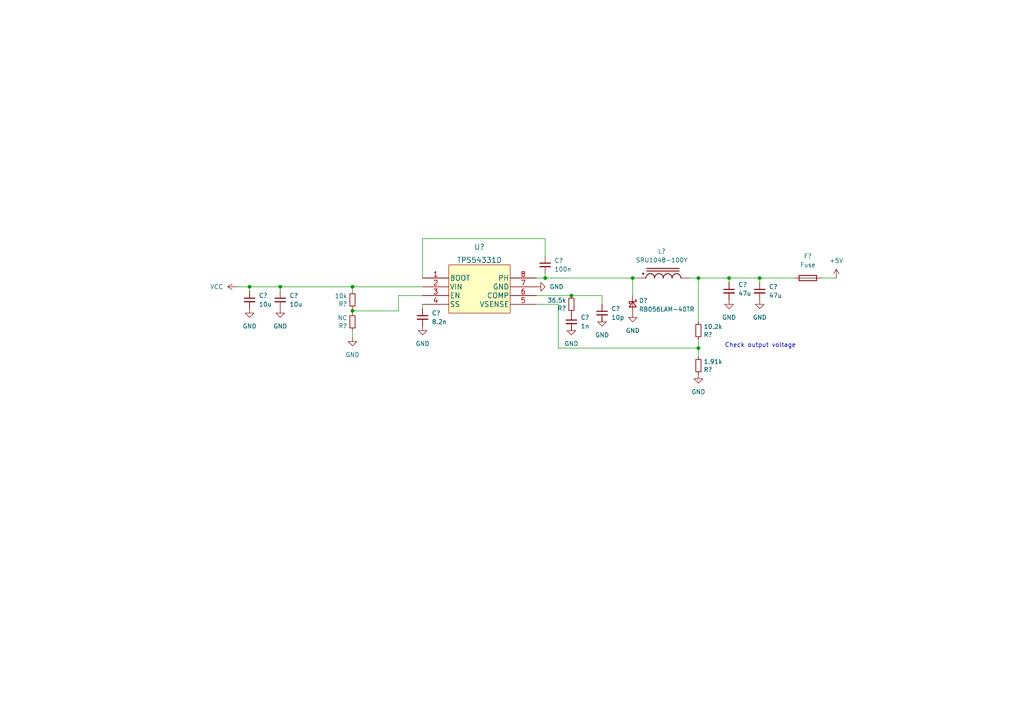
<source format=kicad_sch>
(kicad_sch (version 20211123) (generator eeschema)
  (paper "A4")
  (lib_symbols
    (symbol "Device:C_Small" (pin_numbers hide) (pin_names (offset 0.254) hide)
      (property "Reference" "C" (at 0.254 1.778 0))
      (property "Value" "C_Small" (at 0.254 -2.032 0))
      (symbol "C_Small_0_1"
        (polyline (pts (xy -1.524 -0.508) (xy 1.524 -0.508)) (stroke (width 0.3302)))
        (polyline (pts (xy -1.524 0.508) (xy 1.524 0.508)) (stroke (width 0.3048)))
      )
      (symbol "C_Small_1_1"
        (pin passive line (at 0 2.54 270) (length 2.032) (name "~") (number "1"))
        (pin passive line (at 0 -2.54 90) (length 2.032) (name "~") (number "2"))
      )
    )
    (symbol "Device:D_Schottky_Small" (pin_numbers hide) (pin_names (offset 0.254) hide)
      (property "Reference" "D" (at -1.27 2.032 0))
      (property "Value" "D_Schottky_Small" (at -7.112 -2.032 0))
      (symbol "D_Schottky_Small_0_1"
        (polyline (pts (xy -0.762 0) (xy 0.762 0)))
        (polyline (pts (xy 0.762 -1.016) (xy -0.762 0) (xy 0.762 1.016) (xy 0.762 -1.016)) (stroke (width 0.254)))
        (polyline (pts (xy -1.27 0.762) (xy -1.27 1.016) (xy -0.762 1.016) (xy -0.762 -1.016) (xy -0.254 -1.016) (xy -0.254 -0.762)) (stroke (width 0.254)))
      )
      (symbol "D_Schottky_Small_1_1"
        (pin passive line (at -2.54 0 0) (length 1.778) (name "K") (number "1"))
        (pin passive line (at 2.54 0 180) (length 1.778) (name "A") (number "2"))
      )
    )
    (symbol "Device:Fuse" (pin_numbers hide) (pin_names (offset 0))
      (property "Reference" "F" (at 2.032 0 90))
      (property "Value" "Fuse" (at -1.905 0 90))
      (symbol "Fuse_0_1"
        (rectangle (start -0.762 -2.54) (end 0.762 2.54) (stroke (width 0.254)))
        (polyline (pts (xy 0 2.54) (xy 0 -2.54)))
      )
      (symbol "Fuse_1_1"
        (pin passive line (at 0 3.81 270) (length 1.27) (name "~") (number "1"))
        (pin passive line (at 0 -3.81 90) (length 1.27) (name "~") (number "2"))
      )
    )
    (symbol "Device:R_Small" (pin_numbers hide) (pin_names (offset 0.254) hide)
      (property "Reference" "R" (at 0.762 0.508 0))
      (property "Value" "R_Small" (at 0.762 -1.016 0))
      (symbol "R_Small_0_1"
        (rectangle (start -0.762 1.778) (end 0.762 -1.778) (stroke (width 0.2032)))
      )
      (symbol "R_Small_1_1"
        (pin passive line (at 0 2.54 270) (length 0.762) (name "~") (number "1"))
        (pin passive line (at 0 -2.54 90) (length 0.762) (name "~") (number "2"))
      )
    )
    (symbol "SRU1048-100Y:SRU1048-100Y" (pin_numbers hide) (pin_names (offset 1.016) hide)
      (property "Reference" "L" (at -5.334 3.81 0))
      (property "Value" "SRU1048-100Y" (at -5.842 -2.54 0))
      (symbol "SRU1048-100Y_0_0"
        (circle (center -5.842 1.27) (radius 0.1524) (stroke (width 0.3048)))
        (arc (start -3.81 1.27) (mid -4.708 0.898) (end -5.08 0) (stroke (width 0.254)))
        (arc (start -2.54 0) (mid -2.912 0.898) (end -3.81 1.27) (stroke (width 0.254)))
        (arc (start -1.27 1.27) (mid -2.168 0.898) (end -2.54 0) (stroke (width 0.254)))
        (arc (start 0 0) (mid -0.372 0.898) (end -1.27 1.27) (stroke (width 0.254)))
        (polyline (pts (xy -4.826 2.032) (xy 4.572 2.032)) (stroke (width 0.254)))
        (polyline (pts (xy -4.826 2.794) (xy 4.572 2.794)) (stroke (width 0.254)))
        (arc (start 1.27 1.27) (mid 0.372 0.898) (end 0 0) (stroke (width 0.254)))
        (arc (start 2.54 0) (mid 2.168 0.898) (end 1.27 1.27) (stroke (width 0.254)))
        (arc (start 3.81 1.27) (mid 2.912 0.898) (end 2.54 0) (stroke (width 0.254)))
        (arc (start 5.08 0) (mid 4.708 0.898) (end 3.81 1.27) (stroke (width 0.254)))
        (pin passive line (at -7.62 0 0) (length 2.54) (name "~") (number "1"))
        (pin passive line (at 7.62 0 180) (length 2.54) (name "~") (number "2"))
      )
    )
    (symbol "TPS54331D:TPS54331D" (pin_names (offset 0.254))
      (property "Reference" "U" (at 33.02 10.16 0))
      (property "Value" "TPS54331D" (at 33.02 7.62 0))
      (symbol "TPS54331D_0_1"
        (rectangle (start 22.86 3.81) (end 40.64 -10.16) (fill (type background)))
      )
      (symbol "TPS54331D_1_1"
        (pin unspecified line (at 15.24 0 0) (length 7.62) (name "BOOT") (number "1"))
        (pin input line (at 15.24 -2.54 0) (length 7.62) (name "VIN") (number "2"))
        (pin unspecified line (at 15.24 -5.08 0) (length 7.62) (name "EN") (number "3"))
        (pin unspecified line (at 15.24 -7.62 0) (length 7.62) (name "SS") (number "4"))
        (pin unspecified line (at 48.26 -7.62 180) (length 7.62) (name "VSENSE") (number "5"))
        (pin output line (at 48.26 -5.08 180) (length 7.62) (name "COMP") (number "6"))
        (pin power_in line (at 48.26 -2.54 180) (length 7.62) (name "GND") (number "7"))
        (pin power_in line (at 48.26 0 180) (length 7.62) (name "PH") (number "8"))
      )
    )
    (symbol "power:+5V" (power) (pin_names (offset 0))
      (property "Value" "+5V" (at 0 3.556 0))
      (symbol "+5V_0_1"
        (polyline (pts (xy -0.762 1.27) (xy 0 2.54)))
        (polyline (pts (xy 0 0) (xy 0 2.54)))
        (polyline (pts (xy 0 2.54) (xy 0.762 1.27)))
      )
      (symbol "+5V_1_1"
        (pin power_in line (at 0 0 90) (length 0) hide (name "+5V") (number "1"))
      )
    )
    (symbol "power:GND" (power) (pin_names (offset 0))
      (property "Value" "GND" (at 0 -3.81 0))
      (symbol "GND_0_1"
        (polyline (pts (xy 0 0) (xy 0 -1.27) (xy 1.27 -1.27) (xy 0 -2.54) (xy -1.27 -1.27) (xy 0 -1.27)))
      )
      (symbol "GND_1_1"
        (pin power_in line (at 0 0 270) (length 0) hide (name "GND") (number "1"))
      )
    )
    (symbol "power:VCC" (power) (pin_names (offset 0))
      (property "Value" "VCC" (at 0 3.81 0))
      (symbol "VCC_0_1"
        (polyline (pts (xy -0.762 1.27) (xy 0 2.54)))
        (polyline (pts (xy 0 0) (xy 0 2.54)))
        (polyline (pts (xy 0 2.54) (xy 0.762 1.27)))
      )
      (symbol "VCC_1_1"
        (pin power_in line (at 0 0 90) (length 0) hide (name "VCC") (number "1"))
      )
    )
  )
  (junction (at 211.455 80.645))
  (junction (at 72.39 83.185))
  (junction (at 165.735 85.725))
  (junction (at 183.515 80.645))
  (junction (at 102.235 83.185))
  (junction (at 81.28 83.185))
  (junction (at 102.235 90.17))
  (junction (at 158.115 80.645))
  (junction (at 220.345 80.645))
  (junction (at 202.565 100.965))
  (junction (at 202.565 80.645))
  (wire (pts (xy 158.115 69.215) (xy 158.115 74.295)))
  (wire (pts (xy 220.345 80.645) (xy 230.505 80.645)))
  (wire (pts (xy 202.565 100.965) (xy 202.565 98.425)))
  (wire (pts (xy 158.115 69.215) (xy 122.555 69.215)))
  (wire (pts (xy 81.28 84.455) (xy 81.28 83.185)))
  (wire (pts (xy 161.925 100.965) (xy 202.565 100.965)))
  (wire (pts (xy 72.39 83.185) (xy 81.28 83.185)))
  (wire (pts (xy 161.925 88.265) (xy 161.925 100.965)))
  (wire (pts (xy 202.565 103.505) (xy 202.565 100.965)))
  (wire (pts (xy 220.345 80.645) (xy 211.455 80.645)))
  (wire (pts (xy 155.575 80.645) (xy 158.115 80.645)))
  (wire (pts (xy 211.455 80.645) (xy 202.565 80.645)))
  (wire (pts (xy 183.515 80.645) (xy 183.515 85.725)))
  (wire (pts (xy 161.925 88.265) (xy 155.575 88.265)))
  (wire (pts (xy 102.235 90.17) (xy 102.235 90.805)))
  (wire (pts (xy 202.565 93.345) (xy 202.565 80.645)))
  (wire (pts (xy 211.455 81.915) (xy 211.455 80.645)))
  (wire (pts (xy 72.39 84.455) (xy 72.39 83.185)))
  (wire (pts (xy 102.235 95.885) (xy 102.235 97.79)))
  (wire (pts (xy 68.58 83.185) (xy 72.39 83.185)))
  (wire (pts (xy 115.57 90.17) (xy 115.57 85.725)))
  (wire (pts (xy 183.515 80.645) (xy 184.785 80.645)))
  (wire (pts (xy 102.235 83.185) (xy 102.235 84.455)))
  (wire (pts (xy 165.735 85.725) (xy 155.575 85.725)))
  (wire (pts (xy 220.345 81.915) (xy 220.345 80.645)))
  (wire (pts (xy 174.625 92.075) (xy 174.625 93.345)))
  (wire (pts (xy 238.125 80.645) (xy 242.57 80.645)))
  (wire (pts (xy 115.57 85.725) (xy 122.555 85.725)))
  (wire (pts (xy 81.28 83.185) (xy 102.235 83.185)))
  (wire (pts (xy 158.115 80.645) (xy 183.515 80.645)))
  (wire (pts (xy 102.235 89.535) (xy 102.235 90.17)))
  (wire (pts (xy 158.115 79.375) (xy 158.115 80.645)))
  (wire (pts (xy 174.625 85.725) (xy 165.735 85.725)))
  (wire (pts (xy 102.235 83.185) (xy 122.555 83.185)))
  (wire (pts (xy 200.025 80.645) (xy 202.565 80.645)))
  (wire (pts (xy 165.735 94.615) (xy 165.735 95.885)))
  (wire (pts (xy 102.235 90.17) (xy 115.57 90.17)))
  (wire (pts (xy 122.555 69.215) (xy 122.555 80.645)))
  (wire (pts (xy 174.625 88.265) (xy 174.625 85.725)))
  (wire (pts (xy 122.555 88.265) (xy 122.555 89.535)))
  (text "Check output voltage" (at 210.185 100.965 0) (effects (font (size 1.27 1.27)) (justify left bottom)))
  (symbol (lib_id "power:GND") (at 155.575 83.185 90) (unit 1)
    (property "Reference" "#PWR?" (effects hide))
    (property "Value" "GND" (at 159.385 83.1849 90) (effects (justify right)))
  )
  (symbol (lib_id "power:GND") (at 102.235 97.79 0) (unit 1)
    (property "Reference" "#PWR?" (effects hide))
    (property "Value" "GND" (at 102.235 102.87 0))
  )
  (symbol (lib_id "Device:C_Small") (at 211.455 84.455 0) (unit 1)
    (property "Reference" "C?" (at 214.122 82.5562 0) (effects (justify left)))
    (property "Value" "47u" (at 214.122 85.0962 0) (effects (justify left)))
    (property "Footprint" "Capacitor_SMD:C_0805_2012Metric_Pad1.18x1.45mm_HandSolder" (effects hide))
  )
  (symbol (lib_id "power:+5V") (at 242.57 80.645 0) (unit 1)
    (property "Reference" "#PWR?" (effects hide))
    (property "Value" "+5V" (at 242.57 75.565 0))
  )
  (symbol (lib_id "Device:C_Small") (at 81.28 86.995 0) (unit 1)
    (property "Reference" "C?" (at 83.947 85.7312 0) (effects (justify left)))
    (property "Value" "10u" (at 83.947 88.2712 0) (effects (justify left)))
    (property "Footprint" "Capacitor_SMD:C_0805_2012Metric_Pad1.18x1.45mm_HandSolder" (effects hide))
  )
  (symbol (lib_id "power:GND") (at 81.28 89.535 0) (unit 1)
    (property "Reference" "#PWR?" (effects hide))
    (property "Value" "GND" (at 81.28 94.615 0))
  )
  (symbol (lib_id "power:GND") (at 165.735 94.615 0) (unit 1)
    (property "Reference" "#PWR?" (effects hide))
    (property "Value" "GND" (at 165.735 99.695 0))
  )
  (symbol (lib_id "TPS54331D:TPS54331D") (at 107.315 80.645 0) (unit 1)
    (property "Reference" "U?" (at 139.065 71.628 0) (effects (font (size 1.524 1.524))))
    (property "Value" "TPS54331D" (at 139.065 75.438 0) (effects (font (size 1.524 1.524))))
    (property "Footprint" "Footprints:TPS54331D" (effects hide))
    (property "Datasheet" "https://www.ti.com/general/docs/suppproductinfo.tsp?distId=10&gotoUrl=https%3A%2F%2Fwww.ti.com%2Flit%2Fgpn%2Ftps54331" (effects hide))
    (property "LCSC#" "C9865" (effects hide))
  )
  (symbol (lib_id "Device:C_Small") (at 220.345 84.455 0) (unit 1)
    (property "Reference" "C?" (at 223.012 83.1912 0) (effects (justify left)))
    (property "Value" "47u" (at 223.012 85.7312 0) (effects (justify left)))
    (property "Footprint" "Capacitor_SMD:C_0805_2012Metric_Pad1.18x1.45mm_HandSolder" (effects hide))
  )
  (symbol (lib_id "Device:C_Small") (at 174.625 90.805 0) (unit 1)
    (property "Reference" "C?" (at 177.292 89.5412 0) (effects (justify left)))
    (property "Value" "10p" (at 177.292 92.0812 0) (effects (justify left)))
    (property "Footprint" "Capacitor_SMD:C_0805_2012Metric_Pad1.18x1.45mm_HandSolder" (effects hide))
  )
  (symbol (lib_id "Device:R_Small") (at 202.565 106.045 0) (mirror x) (unit 1)
    (property "Reference" "R?" (at 204.0636 107.2134 0) (effects (justify left)))
    (property "Value" "1.91k" (at 204.0636 104.902 0) (effects (justify left)))
    (property "Footprint" "Resistor_SMD:R_0603_1608Metric" (effects hide))
  )
  (symbol (lib_id "power:VCC") (at 68.58 83.185 90) (unit 1)
    (property "Reference" "#PWR?" (effects hide))
    (property "Value" "VCC" (at 64.77 83.1849 90) (effects (justify left)))
  )
  (symbol (lib_id "power:GND") (at 183.515 90.805 0) (unit 1)
    (property "Reference" "#PWR?" (effects hide))
    (property "Value" "GND" (at 183.515 95.885 0))
  )
  (symbol (lib_id "Device:R_Small") (at 102.235 86.995 180) (unit 1)
    (property "Reference" "R?" (at 100.7364 88.1634 0) (effects (justify left)))
    (property "Value" "10k" (at 100.7364 85.852 0) (effects (justify left)))
    (property "Footprint" "Resistor_SMD:R_0603_1608Metric" (effects hide))
    (property "Datasheet" "https://www.seielect.com/catalog/sei-rmcf_rmcp.pdf" (effects hide))
    (property "MFR#" "RMCF0805FT36K5" (effects hide))
  )
  (symbol (lib_id "Device:R_Small") (at 165.735 88.265 180) (unit 1)
    (property "Reference" "R?" (at 164.2364 89.4334 0) (effects (justify left)))
    (property "Value" "36.5k" (at 164.2364 87.122 0) (effects (justify left)))
    (property "Footprint" "Resistor_SMD:R_0603_1608Metric" (effects hide))
    (property "Datasheet" "https://www.seielect.com/catalog/sei-rmcf_rmcp.pdf" (effects hide))
    (property "MFR#" "RMCF0805FT36K5" (effects hide))
  )
  (symbol (lib_id "SRU1048-100Y:SRU1048-100Y") (at 192.405 80.645 0) (unit 1)
    (property "Reference" "L?" (at 191.9351 72.898 0))
    (property "Value" "SRU1048-100Y" (at 191.9351 75.438 0))
    (property "Footprint" "Footprints:IND_SRU1048-100Y" (effects hide))
    (property "Datasheet" "https://www.bourns.com/docs/Product-Datasheets/SRU1048.pdf" (effects hide))
    (property "STANDARD" "Manufacturer Recommendations" (effects hide))
    (property "PARTREV" "03/18" (effects hide))
    (property "MANUFACTURER" "Bourns" (effects hide))
    (property "MAXIMUM_PACKAGE_HEIGHT" "5.1mm" (effects hide))
  )
  (symbol (lib_id "power:GND") (at 202.565 108.585 0) (unit 1)
    (property "Reference" "#PWR?" (effects hide))
    (property "Value" "GND" (at 202.565 113.665 0))
  )
  (symbol (lib_id "Device:R_Small") (at 202.565 95.885 0) (mirror x) (unit 1)
    (property "Reference" "R?" (at 204.0636 97.0534 0) (effects (justify left)))
    (property "Value" "10.2k" (at 204.0636 94.742 0) (effects (justify left)))
    (property "Footprint" "Resistor_SMD:R_0603_1608Metric" (effects hide))
    (property "Datasheet" "https://www.seielect.com/catalog/sei-rmcf_rmcp.pdf" (effects hide))
    (property "MFR#" "RMCF0805FT10K2" (effects hide))
  )
  (symbol (lib_id "power:GND") (at 174.625 92.075 0) (unit 1)
    (property "Reference" "#PWR?" (effects hide))
    (property "Value" "GND" (at 174.625 97.155 0))
  )
  (symbol (lib_id "Device:D_Schottky_Small") (at 183.515 88.265 270) (unit 1)
    (property "Reference" "D?" (at 185.293 87.1763 90) (effects (justify left)))
    (property "Value" "RB056LAM-40TR" (at 185.293 89.7132 90) (effects (justify left)))
    (property "Footprint" "Footprints:RB056LAM-40TR" (effects hide))
    (property "Datasheet" "https://fscdn.rohm.com/en/products/databook/datasheet/discrete/diode/schottky_barrier/rb056lam-40tr-e.pdf" (effects hide))
  )
  (symbol (lib_id "power:GND") (at 220.345 86.995 0) (unit 1)
    (property "Reference" "#PWR?" (effects hide))
    (property "Value" "GND" (at 220.345 92.075 0))
  )
  (symbol (lib_id "Device:Fuse") (at 234.315 80.645 90) (unit 1)
    (property "Reference" "F?" (at 234.315 74.295 90))
    (property "Value" "Fuse" (at 234.315 76.835 90))
    (property "Footprint" "Resistor_SMD:R_0603_1608Metric" (effects hide))
    (property "Datasheet" "https://datasheet.lcsc.com/lcsc/1811081216_AEM-T0603FF3500TM_C311063.pdf" (effects hide))
    (property "LCSC#" "C311063" (effects hide))
  )
  (symbol (lib_id "power:GND") (at 211.455 86.995 0) (unit 1)
    (property "Reference" "#PWR?" (effects hide))
    (property "Value" "GND" (at 211.455 92.075 0))
  )
  (symbol (lib_id "power:GND") (at 122.555 94.615 0) (unit 1)
    (property "Reference" "#PWR?" (effects hide))
    (property "Value" "GND" (at 122.555 99.695 0))
  )
  (symbol (lib_id "power:GND") (at 72.39 89.535 0) (unit 1)
    (property "Reference" "#PWR?" (effects hide))
    (property "Value" "GND" (at 72.39 94.615 0))
  )
  (symbol (lib_id "Device:C_Small") (at 72.39 86.995 0) (unit 1)
    (property "Reference" "C?" (at 75.057 85.7312 0) (effects (justify left)))
    (property "Value" "10u" (at 75.057 88.2712 0) (effects (justify left)))
    (property "Footprint" "Capacitor_SMD:C_0805_2012Metric_Pad1.18x1.45mm_HandSolder" (effects hide))
  )
  (symbol (lib_id "Device:C_Small") (at 122.555 92.075 0) (unit 1)
    (property "Reference" "C?" (at 125.222 90.8112 0) (effects (justify left)))
    (property "Value" "8.2n" (at 125.222 93.3512 0) (effects (justify left)))
    (property "Footprint" "Capacitor_SMD:C_0805_2012Metric_Pad1.18x1.45mm_HandSolder" (effects hide))
  )
  (symbol (lib_id "Device:C_Small") (at 158.115 76.835 0) (unit 1)
    (property "Reference" "C?" (at 160.782 75.5712 0) (effects (justify left)))
    (property "Value" "100n" (at 160.782 78.1112 0) (effects (justify left)))
    (property "Footprint" "Capacitor_SMD:C_0805_2012Metric_Pad1.18x1.45mm_HandSolder" (effects hide))
  )
  (symbol (lib_id "Device:C_Small") (at 165.735 93.345 0) (unit 1)
    (property "Reference" "C?" (at 168.402 92.0812 0) (effects (justify left)))
    (property "Value" "1n" (at 168.402 94.6212 0) (effects (justify left)))
    (property "Footprint" "Capacitor_SMD:C_0805_2012Metric_Pad1.18x1.45mm_HandSolder" (effects hide))
  )
  (symbol (lib_id "Device:R_Small") (at 102.235 93.345 180) (unit 1)
    (property "Reference" "R?" (at 100.7364 94.5134 0) (effects (justify left)))
    (property "Value" "NC" (at 100.7364 92.202 0) (effects (justify left)))
    (property "Footprint" "Resistor_SMD:R_0603_1608Metric" (effects hide))
    (property "Datasheet" "https://www.seielect.com/catalog/sei-rmcf_rmcp.pdf" (effects hide))
    (property "MFR#" "RMCF0805FT36K5" (effects hide))
  )
)
</source>
